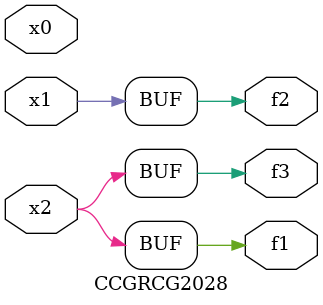
<source format=v>
module CCGRCG2028(
	input x0, x1, x2,
	output f1, f2, f3
);
	assign f1 = x2;
	assign f2 = x1;
	assign f3 = x2;
endmodule

</source>
